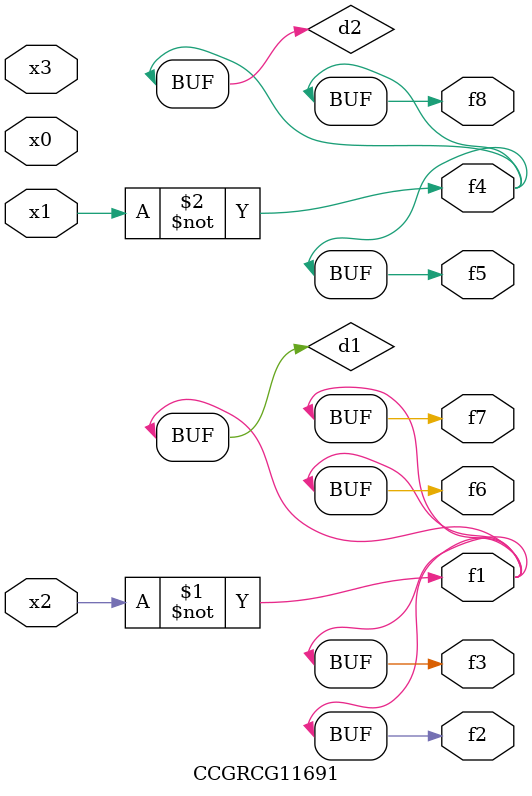
<source format=v>
module CCGRCG11691(
	input x0, x1, x2, x3,
	output f1, f2, f3, f4, f5, f6, f7, f8
);

	wire d1, d2;

	xnor (d1, x2);
	not (d2, x1);
	assign f1 = d1;
	assign f2 = d1;
	assign f3 = d1;
	assign f4 = d2;
	assign f5 = d2;
	assign f6 = d1;
	assign f7 = d1;
	assign f8 = d2;
endmodule

</source>
